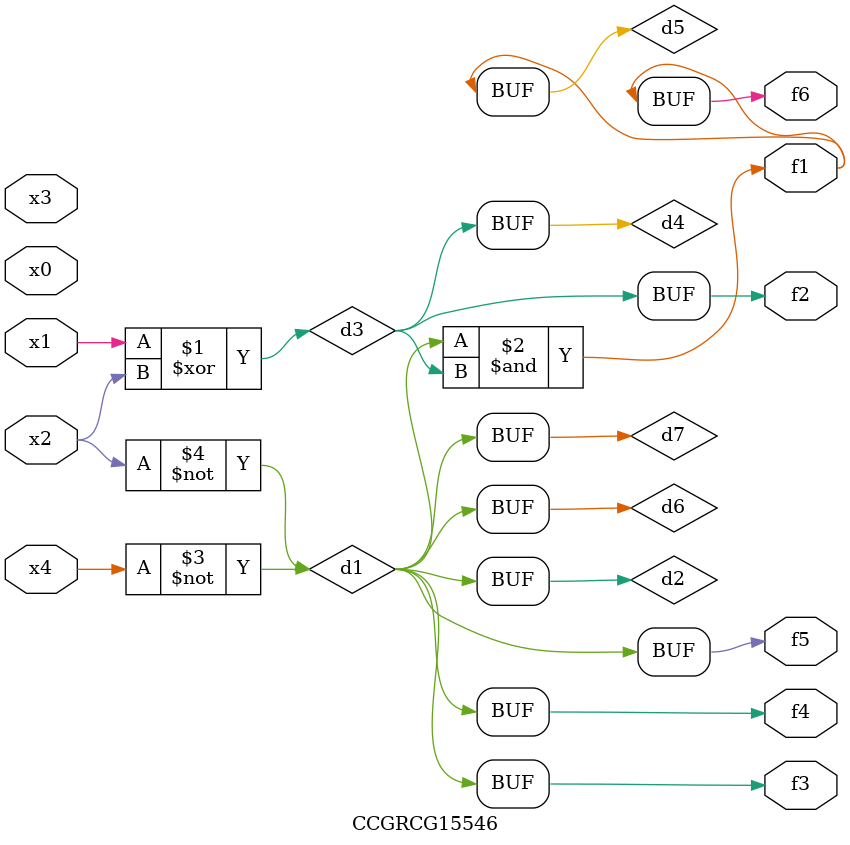
<source format=v>
module CCGRCG15546(
	input x0, x1, x2, x3, x4,
	output f1, f2, f3, f4, f5, f6
);

	wire d1, d2, d3, d4, d5, d6, d7;

	not (d1, x4);
	not (d2, x2);
	xor (d3, x1, x2);
	buf (d4, d3);
	and (d5, d1, d3);
	buf (d6, d1, d2);
	buf (d7, d2);
	assign f1 = d5;
	assign f2 = d4;
	assign f3 = d7;
	assign f4 = d7;
	assign f5 = d7;
	assign f6 = d5;
endmodule

</source>
